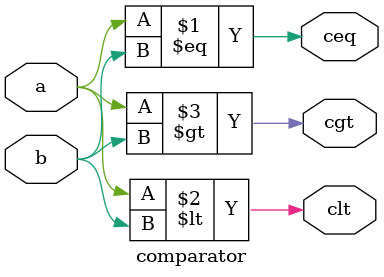
<source format=v>
module comparator(input a,b,output ceq,clt,cgt);

assign ceq=a==b;
assign clt=a<b;
assign cgt=a>b;

endmodule

</source>
